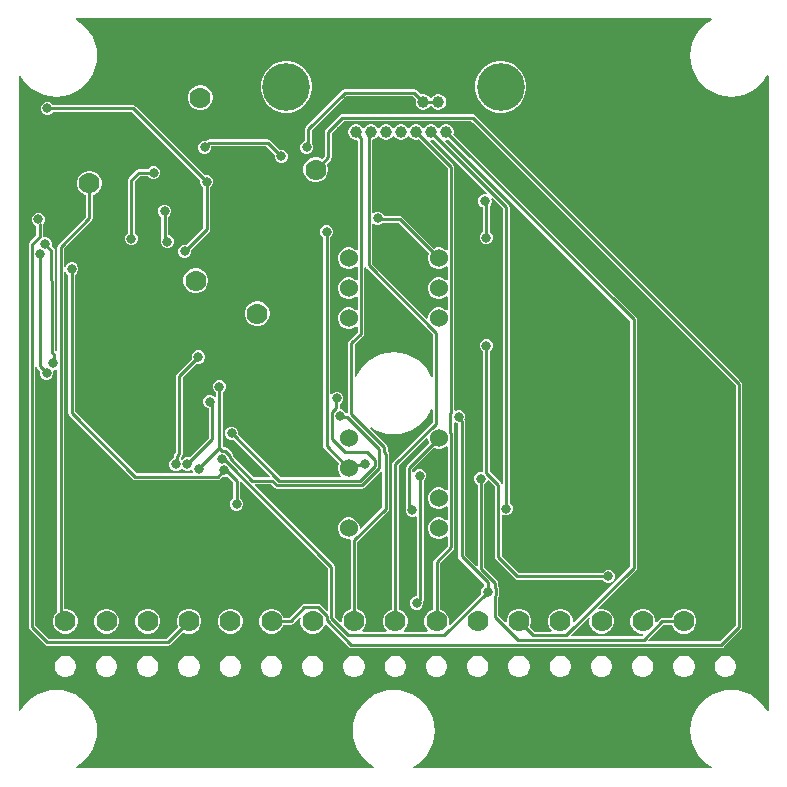
<source format=gbl>
G04*
G04 #@! TF.GenerationSoftware,Altium Limited,Altium Designer,24.2.2 (26)*
G04*
G04 Layer_Physical_Order=2*
G04 Layer_Color=16711680*
%FSLAX44Y44*%
%MOMM*%
G71*
G04*
G04 #@! TF.SameCoordinates,32683A2E-CEC5-46B4-BDA2-C12D6267EED3*
G04*
G04*
G04 #@! TF.FilePolarity,Positive*
G04*
G01*
G75*
%ADD13C,0.2540*%
%ADD42C,1.0000*%
%ADD43C,4.0350*%
%ADD44C,1.7780*%
%ADD45C,1.5240*%
%ADD46C,0.8128*%
G36*
X269376Y316230D02*
X265383Y313783D01*
X261248Y310252D01*
X257717Y306117D01*
X254876Y301481D01*
X252795Y296458D01*
X251526Y291171D01*
X251099Y285750D01*
X251526Y280329D01*
X252795Y275042D01*
X254876Y270019D01*
X257717Y265383D01*
X261248Y261248D01*
X265383Y257717D01*
X270019Y254876D01*
X275042Y252795D01*
X280329Y251526D01*
X285750Y251099D01*
X291171Y251526D01*
X296458Y252795D01*
X301481Y254876D01*
X306117Y257717D01*
X310252Y261248D01*
X313783Y265383D01*
X316230Y269376D01*
X317500Y269018D01*
Y-269018D01*
X316230Y-269376D01*
X313783Y-265383D01*
X310252Y-261248D01*
X306117Y-257717D01*
X301481Y-254876D01*
X296458Y-252795D01*
X291171Y-251526D01*
X285750Y-251099D01*
X280329Y-251526D01*
X275042Y-252795D01*
X270019Y-254876D01*
X265383Y-257717D01*
X261248Y-261248D01*
X257717Y-265383D01*
X254876Y-270019D01*
X252795Y-275042D01*
X251526Y-280329D01*
X251099Y-285750D01*
X251526Y-291171D01*
X252795Y-296458D01*
X254876Y-301481D01*
X257717Y-306117D01*
X261248Y-310252D01*
X265383Y-313783D01*
X269376Y-316230D01*
X269018Y-317500D01*
X16732D01*
X16374Y-316230D01*
X20367Y-313783D01*
X24502Y-310252D01*
X28033Y-306117D01*
X30874Y-301481D01*
X32955Y-296458D01*
X34224Y-291171D01*
X34651Y-285750D01*
X34224Y-280329D01*
X32955Y-275042D01*
X30874Y-270019D01*
X28033Y-265383D01*
X24502Y-261248D01*
X20367Y-257717D01*
X15731Y-254876D01*
X10708Y-252795D01*
X5421Y-251526D01*
X0Y-251099D01*
X-5421Y-251526D01*
X-10708Y-252795D01*
X-15731Y-254876D01*
X-20367Y-257717D01*
X-24502Y-261248D01*
X-28033Y-265383D01*
X-30874Y-270019D01*
X-32955Y-275042D01*
X-34224Y-280329D01*
X-34651Y-285750D01*
X-34224Y-291171D01*
X-32955Y-296458D01*
X-30874Y-301481D01*
X-28033Y-306117D01*
X-24502Y-310252D01*
X-20367Y-313783D01*
X-16374Y-316230D01*
X-16732Y-317500D01*
X-269018D01*
X-269376Y-316230D01*
X-265383Y-313783D01*
X-261248Y-310252D01*
X-257717Y-306117D01*
X-254876Y-301481D01*
X-252795Y-296458D01*
X-251526Y-291171D01*
X-251099Y-285750D01*
X-251526Y-280329D01*
X-252795Y-275042D01*
X-254876Y-270019D01*
X-257717Y-265383D01*
X-261248Y-261248D01*
X-265383Y-257717D01*
X-270019Y-254876D01*
X-275042Y-252795D01*
X-280329Y-251526D01*
X-285750Y-251099D01*
X-291171Y-251526D01*
X-296458Y-252795D01*
X-301481Y-254876D01*
X-306117Y-257717D01*
X-310252Y-261248D01*
X-313783Y-265383D01*
X-316230Y-269376D01*
X-317500Y-269018D01*
Y269018D01*
X-316230Y269376D01*
X-313783Y265383D01*
X-310252Y261248D01*
X-306117Y257717D01*
X-301481Y254876D01*
X-296458Y252795D01*
X-291171Y251526D01*
X-285750Y251099D01*
X-280329Y251526D01*
X-275042Y252795D01*
X-270019Y254876D01*
X-265383Y257717D01*
X-261248Y261248D01*
X-257717Y265383D01*
X-254876Y270019D01*
X-252795Y275042D01*
X-251526Y280329D01*
X-251099Y285750D01*
X-251526Y291171D01*
X-252795Y296458D01*
X-254876Y301481D01*
X-257717Y306117D01*
X-261248Y310252D01*
X-265383Y313783D01*
X-269376Y316230D01*
X-269018Y317500D01*
X269018D01*
X269376Y316230D01*
D02*
G37*
%LPC*%
G36*
X17352Y257277D02*
X17352Y257277D01*
X-41582D01*
X-42673Y257060D01*
X-43597Y256442D01*
X-43597Y256442D01*
X-74404Y225635D01*
X-75022Y224711D01*
X-75239Y223620D01*
X-75239Y223620D01*
Y213675D01*
X-76825Y213017D01*
X-78397Y211445D01*
X-79248Y209391D01*
Y207169D01*
X-78397Y205115D01*
X-76825Y203543D01*
X-74771Y202692D01*
X-72548D01*
X-70495Y203543D01*
X-68923Y205115D01*
X-68072Y207169D01*
Y209391D01*
X-68923Y211445D01*
X-69541Y212064D01*
Y222440D01*
X-40402Y251579D01*
X16172D01*
X18968Y248783D01*
X18622Y247493D01*
Y245775D01*
X19067Y244116D01*
X19926Y242628D01*
X21140Y241413D01*
X22628Y240555D01*
X24287Y240110D01*
X26005D01*
X27664Y240555D01*
X29152Y241413D01*
X30366Y242628D01*
X30822Y243418D01*
X32170D01*
X32626Y242628D01*
X33840Y241413D01*
X35328Y240555D01*
X36987Y240110D01*
X38705D01*
X40364Y240555D01*
X41852Y241413D01*
X43067Y242628D01*
X43925Y244116D01*
X44370Y245775D01*
Y247493D01*
X43925Y249152D01*
X43067Y250640D01*
X41852Y251854D01*
X40364Y252713D01*
X38705Y253158D01*
X36987D01*
X35328Y252713D01*
X33840Y251854D01*
X32626Y250640D01*
X32170Y249850D01*
X30822D01*
X30366Y250640D01*
X29152Y251854D01*
X27664Y252713D01*
X26005Y253158D01*
X24287D01*
X22997Y252812D01*
X19366Y256442D01*
X18442Y257060D01*
X17352Y257277D01*
D02*
G37*
G36*
X-162459Y260604D02*
X-165201D01*
X-167850Y259894D01*
X-170224Y258523D01*
X-172163Y256584D01*
X-173534Y254210D01*
X-174244Y251561D01*
Y248819D01*
X-173534Y246170D01*
X-172163Y243796D01*
X-170224Y241857D01*
X-167850Y240486D01*
X-165201Y239776D01*
X-162459D01*
X-159810Y240486D01*
X-157436Y241857D01*
X-155497Y243796D01*
X-154126Y246170D01*
X-153416Y248819D01*
Y251561D01*
X-154126Y254210D01*
X-155497Y256584D01*
X-157436Y258523D01*
X-159810Y259894D01*
X-162459Y260604D01*
D02*
G37*
G36*
X92683Y281033D02*
X88409D01*
X84217Y280199D01*
X80268Y278563D01*
X76714Y276189D01*
X73691Y273166D01*
X71317Y269612D01*
X69681Y265663D01*
X68847Y261471D01*
Y257197D01*
X69681Y253005D01*
X71317Y249056D01*
X73691Y245502D01*
X76714Y242479D01*
X80268Y240105D01*
X84217Y238469D01*
X88409Y237635D01*
X92683D01*
X96875Y238469D01*
X100824Y240105D01*
X104378Y242479D01*
X107401Y245502D01*
X109775Y249056D01*
X111411Y253005D01*
X112245Y257197D01*
Y261471D01*
X111411Y265663D01*
X109775Y269612D01*
X107401Y273166D01*
X104378Y276189D01*
X100824Y278563D01*
X96875Y280199D01*
X92683Y281033D01*
D02*
G37*
G36*
X-88917D02*
X-93191D01*
X-97383Y280199D01*
X-101332Y278563D01*
X-104886Y276189D01*
X-107909Y273166D01*
X-110283Y269612D01*
X-111919Y265663D01*
X-112753Y261471D01*
Y257197D01*
X-111919Y253005D01*
X-110283Y249056D01*
X-107909Y245502D01*
X-104886Y242479D01*
X-101332Y240105D01*
X-97383Y238469D01*
X-93191Y237635D01*
X-88917D01*
X-84725Y238469D01*
X-80776Y240105D01*
X-77222Y242479D01*
X-74199Y245502D01*
X-71825Y249056D01*
X-70189Y253005D01*
X-69355Y257197D01*
Y261471D01*
X-70189Y265663D01*
X-71825Y269612D01*
X-74199Y273166D01*
X-77222Y276189D01*
X-80776Y278563D01*
X-84725Y280199D01*
X-88917Y281033D01*
D02*
G37*
G36*
X66802Y236275D02*
X66802Y236275D01*
X-43534D01*
X-43534Y236275D01*
X-44625Y236058D01*
X-45549Y235440D01*
X-57543Y223447D01*
X-58160Y222522D01*
X-58377Y221432D01*
X-58377Y221432D01*
Y200922D01*
X-60971Y198328D01*
X-62020Y198934D01*
X-64669Y199644D01*
X-67411D01*
X-70060Y198934D01*
X-72434Y197563D01*
X-74373Y195624D01*
X-75744Y193250D01*
X-76454Y190601D01*
Y187859D01*
X-75744Y185210D01*
X-74373Y182836D01*
X-72434Y180897D01*
X-70060Y179526D01*
X-67411Y178816D01*
X-64669D01*
X-62020Y179526D01*
X-59646Y180897D01*
X-57707Y182836D01*
X-56336Y185210D01*
X-55626Y187859D01*
Y190601D01*
X-56336Y193250D01*
X-56942Y194300D01*
X-53514Y197727D01*
X-53514Y197728D01*
X-52896Y198652D01*
X-52679Y199742D01*
X-52679Y199742D01*
Y220252D01*
X-42354Y230577D01*
X65622D01*
X289505Y6694D01*
Y-196700D01*
X276201Y-210003D01*
X216068D01*
X215582Y-208830D01*
X228523Y-195889D01*
X235727D01*
X236040Y-197060D01*
X237411Y-199434D01*
X239350Y-201373D01*
X241725Y-202744D01*
X244374Y-203454D01*
X247116D01*
X249764Y-202744D01*
X252139Y-201373D01*
X254078Y-199434D01*
X255449Y-197060D01*
X256159Y-194411D01*
Y-191669D01*
X255449Y-189020D01*
X254078Y-186646D01*
X252139Y-184707D01*
X249764Y-183336D01*
X247116Y-182626D01*
X244374D01*
X241725Y-183336D01*
X239350Y-184707D01*
X237411Y-186646D01*
X236040Y-189020D01*
X235727Y-190191D01*
X227343D01*
X226253Y-190408D01*
X225329Y-191026D01*
X225329Y-191026D01*
X222504Y-193851D01*
X221234Y-193325D01*
Y-191669D01*
X220524Y-189020D01*
X219153Y-186646D01*
X217214Y-184707D01*
X214839Y-183336D01*
X212191Y-182626D01*
X209449D01*
X206800Y-183336D01*
X204425Y-184707D01*
X202486Y-186646D01*
X201115Y-189020D01*
X200406Y-191669D01*
Y-194411D01*
X201115Y-197060D01*
X202486Y-199434D01*
X204425Y-201373D01*
X206800Y-202744D01*
X209449Y-203454D01*
X211105D01*
X211631Y-204724D01*
X210415Y-205939D01*
X150282D01*
X149796Y-204766D01*
X164632Y-189930D01*
X165770Y-190588D01*
X165481Y-191669D01*
Y-194411D01*
X166190Y-197060D01*
X167561Y-199434D01*
X169500Y-201373D01*
X171875Y-202744D01*
X174524Y-203454D01*
X177266D01*
X179914Y-202744D01*
X182289Y-201373D01*
X184228Y-199434D01*
X185599Y-197060D01*
X186309Y-194411D01*
Y-191669D01*
X185599Y-189020D01*
X184228Y-186646D01*
X182289Y-184707D01*
X179914Y-183336D01*
X177266Y-182626D01*
X174524D01*
X173442Y-182916D01*
X172785Y-181777D01*
X204996Y-149566D01*
X204996Y-149566D01*
X205614Y-148641D01*
X205831Y-147551D01*
Y62448D01*
X205614Y63538D01*
X204996Y64462D01*
X204996Y64462D01*
X50374Y219085D01*
X50720Y220375D01*
Y222093D01*
X50275Y223752D01*
X49416Y225240D01*
X48202Y226455D01*
X46714Y227313D01*
X45055Y227758D01*
X43337D01*
X41678Y227313D01*
X40190Y226455D01*
X38976Y225240D01*
X38579Y224553D01*
X37113D01*
X36716Y225240D01*
X35502Y226455D01*
X34014Y227313D01*
X32355Y227758D01*
X30637D01*
X28978Y227313D01*
X27490Y226455D01*
X26275Y225240D01*
X25879Y224553D01*
X24413D01*
X24016Y225240D01*
X22802Y226455D01*
X21314Y227313D01*
X19655Y227758D01*
X17937D01*
X16278Y227313D01*
X14790Y226455D01*
X13576Y225240D01*
X13179Y224553D01*
X11713D01*
X11316Y225240D01*
X10102Y226455D01*
X8614Y227313D01*
X6955Y227758D01*
X5237D01*
X3578Y227313D01*
X2090Y226455D01*
X875Y225240D01*
X479Y224553D01*
X-987D01*
X-1383Y225240D01*
X-2598Y226455D01*
X-4086Y227313D01*
X-5745Y227758D01*
X-7463D01*
X-9122Y227313D01*
X-10610Y226455D01*
X-11825Y225240D01*
X-12221Y224553D01*
X-13687D01*
X-14083Y225240D01*
X-15298Y226455D01*
X-16786Y227313D01*
X-18445Y227758D01*
X-20163D01*
X-21822Y227313D01*
X-23310Y226455D01*
X-24525Y225240D01*
X-24921Y224553D01*
X-26387D01*
X-26783Y225240D01*
X-27998Y226455D01*
X-29486Y227313D01*
X-31145Y227758D01*
X-32863D01*
X-34522Y227313D01*
X-36010Y226455D01*
X-37225Y225240D01*
X-38083Y223752D01*
X-38528Y222093D01*
Y220375D01*
X-38083Y218716D01*
X-37225Y217228D01*
X-36010Y216014D01*
X-34522Y215155D01*
X-32863Y214710D01*
X-31145D01*
X-30535Y213559D01*
Y121462D01*
X-31805Y120936D01*
X-32485Y121617D01*
X-34571Y122821D01*
X-36896Y123444D01*
X-39304D01*
X-41630Y122821D01*
X-43714Y121617D01*
X-45417Y119915D01*
X-46621Y117830D01*
X-47244Y115504D01*
Y113096D01*
X-46621Y110771D01*
X-45417Y108686D01*
X-43714Y106983D01*
X-41630Y105779D01*
X-39304Y105156D01*
X-36896D01*
X-34571Y105779D01*
X-32485Y106983D01*
X-31805Y107664D01*
X-30535Y107138D01*
Y96062D01*
X-31805Y95536D01*
X-32485Y96217D01*
X-34571Y97421D01*
X-36896Y98044D01*
X-39304D01*
X-41630Y97421D01*
X-43714Y96217D01*
X-45417Y94515D01*
X-46621Y92430D01*
X-47244Y90104D01*
Y87696D01*
X-46621Y85371D01*
X-45417Y83286D01*
X-43714Y81583D01*
X-41630Y80379D01*
X-39304Y79756D01*
X-36896D01*
X-34571Y80379D01*
X-32485Y81583D01*
X-31805Y82264D01*
X-30535Y81738D01*
Y70662D01*
X-31805Y70136D01*
X-32485Y70817D01*
X-34571Y72021D01*
X-36896Y72644D01*
X-39304D01*
X-41630Y72021D01*
X-43714Y70817D01*
X-45417Y69114D01*
X-46621Y67030D01*
X-47244Y64704D01*
Y62296D01*
X-46621Y59970D01*
X-45417Y57885D01*
X-43714Y56183D01*
X-41630Y54979D01*
X-39304Y54356D01*
X-36896D01*
X-34571Y54979D01*
X-32485Y56183D01*
X-31805Y56864D01*
X-30535Y56338D01*
Y51722D01*
X-37084Y45172D01*
X-37085Y45172D01*
X-37828Y44428D01*
X-37828Y44428D01*
X-38446Y43504D01*
X-38663Y42414D01*
X-38663Y42413D01*
X-38663Y12700D01*
Y-16101D01*
X-39773Y-17042D01*
X-40554Y-16919D01*
X-40983Y-15885D01*
X-42555Y-14313D01*
X-44608Y-13462D01*
X-44735D01*
X-45793Y-12273D01*
X-45793Y-12273D01*
Y-9466D01*
X-44997Y-9137D01*
X-43425Y-7565D01*
X-42575Y-5511D01*
Y-3288D01*
X-43425Y-1234D01*
X-44997Y338D01*
X-47051Y1189D01*
X-49274D01*
X-51328Y338D01*
X-52777Y-1111D01*
X-53351Y-1033D01*
X-54047Y-722D01*
Y131784D01*
X-53731Y131915D01*
X-52159Y133487D01*
X-51308Y135541D01*
Y137764D01*
X-52159Y139817D01*
X-53731Y141389D01*
X-55785Y142240D01*
X-58007D01*
X-60061Y141389D01*
X-61633Y139817D01*
X-62484Y137764D01*
Y135541D01*
X-61633Y133487D01*
X-60061Y131915D01*
X-59745Y131784D01*
Y-44704D01*
X-59745Y-44704D01*
X-59528Y-45794D01*
X-58910Y-46718D01*
X-46269Y-59360D01*
X-46621Y-59970D01*
X-47244Y-62296D01*
Y-64704D01*
X-46621Y-67030D01*
X-45417Y-69114D01*
X-44736Y-69795D01*
X-45262Y-71065D01*
X-95848D01*
X-131703Y-35210D01*
X-131572Y-34894D01*
Y-32671D01*
X-132423Y-30617D01*
X-133995Y-29045D01*
X-136048Y-28194D01*
X-138272D01*
X-140325Y-29045D01*
X-141897Y-30617D01*
X-142748Y-32671D01*
Y-34894D01*
X-141897Y-36947D01*
X-140325Y-38519D01*
X-138272Y-39370D01*
X-136048D01*
X-135732Y-39239D01*
X-105079Y-69892D01*
X-105565Y-71065D01*
X-118708D01*
X-135835Y-53938D01*
Y-52785D01*
X-136052Y-51695D01*
X-136670Y-50771D01*
X-136670Y-50771D01*
X-140687Y-46754D01*
X-141611Y-46136D01*
X-142701Y-45919D01*
X-142702Y-45919D01*
X-143854D01*
X-144725Y-45048D01*
Y720D01*
X-144409Y851D01*
X-142837Y2423D01*
X-141986Y4476D01*
Y6700D01*
X-142837Y8753D01*
X-144409Y10325D01*
X-146462Y11176D01*
X-148686D01*
X-150739Y10325D01*
X-152311Y8753D01*
X-153162Y6700D01*
Y4476D01*
X-152311Y2423D01*
X-150739Y851D01*
X-150423Y720D01*
Y-2947D01*
X-151693Y-3473D01*
X-152791Y-2375D01*
X-154845Y-1524D01*
X-157067D01*
X-159121Y-2375D01*
X-160693Y-3947D01*
X-161544Y-6000D01*
Y-8224D01*
X-160693Y-10277D01*
X-159121Y-11849D01*
X-157067Y-12700D01*
X-156519D01*
Y-37688D01*
X-173244Y-54413D01*
X-173560Y-54282D01*
X-175783D01*
X-177837Y-55132D01*
X-179204Y-56499D01*
X-180396Y-56022D01*
Y-53968D01*
X-179596Y-53167D01*
X-179596Y-53167D01*
X-178978Y-52243D01*
X-178761Y-51153D01*
Y13298D01*
X-166782Y25277D01*
X-166465Y25146D01*
X-164242D01*
X-162189Y25997D01*
X-160617Y27569D01*
X-159766Y29622D01*
Y31846D01*
X-160617Y33899D01*
X-162189Y35471D01*
X-164242Y36322D01*
X-166465D01*
X-168519Y35471D01*
X-170091Y33899D01*
X-170942Y31846D01*
Y29622D01*
X-170811Y29306D01*
X-183624Y16492D01*
X-184242Y15568D01*
X-184459Y14478D01*
X-184459Y14478D01*
Y-49973D01*
X-185259Y-50774D01*
X-185877Y-51698D01*
X-186094Y-52788D01*
X-186094Y-52788D01*
Y-54986D01*
X-187480Y-55560D01*
X-189051Y-57132D01*
X-189902Y-59186D01*
Y-61409D01*
X-189051Y-63462D01*
X-187480Y-65034D01*
X-185426Y-65885D01*
X-183203D01*
X-181149Y-65034D01*
X-179577Y-63462D01*
X-179080Y-63364D01*
X-177837Y-64607D01*
X-175783Y-65458D01*
X-173560D01*
X-171866Y-64756D01*
X-171159Y-64835D01*
X-170422Y-65318D01*
X-169947Y-66463D01*
X-170623Y-67733D01*
X-217544D01*
X-269693Y-15584D01*
Y100288D01*
X-269377Y100419D01*
X-267805Y101991D01*
X-266954Y104045D01*
Y106267D01*
X-267805Y108321D01*
X-269377Y109893D01*
X-271430Y110744D01*
X-273654D01*
X-275707Y109893D01*
X-277279Y108321D01*
X-277821Y107013D01*
X-279091Y107266D01*
Y122662D01*
X-255796Y145958D01*
X-255796Y145958D01*
X-255178Y146882D01*
X-254961Y147972D01*
X-254961Y147972D01*
Y167782D01*
X-253790Y168096D01*
X-251416Y169467D01*
X-249477Y171406D01*
X-248106Y173780D01*
X-247396Y176429D01*
Y179171D01*
X-248106Y181820D01*
X-249477Y184194D01*
X-251416Y186133D01*
X-253790Y187504D01*
X-256439Y188214D01*
X-259181D01*
X-261830Y187504D01*
X-264204Y186133D01*
X-266143Y184194D01*
X-267514Y181820D01*
X-268224Y179171D01*
Y176429D01*
X-267514Y173780D01*
X-266143Y171406D01*
X-264204Y169467D01*
X-261830Y168096D01*
X-260659Y167782D01*
Y149152D01*
X-283954Y125857D01*
X-284572Y124932D01*
X-284789Y123842D01*
X-284789Y123842D01*
Y36122D01*
X-286042Y35558D01*
X-286711Y36078D01*
Y95432D01*
X-286711Y95432D01*
X-286928Y96523D01*
X-286965Y96578D01*
Y120689D01*
X-287182Y121779D01*
X-287800Y122703D01*
X-287800Y122703D01*
X-289829Y124732D01*
X-289562Y125378D01*
Y127600D01*
X-290412Y129654D01*
X-291984Y131226D01*
X-294038Y132077D01*
X-295673D01*
X-296428Y132384D01*
X-296871Y133199D01*
Y143510D01*
X-296876Y143532D01*
X-296253Y144155D01*
X-295402Y146208D01*
Y148432D01*
X-296253Y150485D01*
X-297825Y152057D01*
X-299879Y152908D01*
X-302101D01*
X-304155Y152057D01*
X-305727Y150485D01*
X-306578Y148432D01*
Y146208D01*
X-305727Y144155D01*
X-304155Y142583D01*
X-302569Y141925D01*
Y133745D01*
X-308338Y127975D01*
X-308956Y127051D01*
X-309173Y125961D01*
X-309173Y125961D01*
Y-197866D01*
X-309173Y-197866D01*
X-308956Y-198956D01*
X-308338Y-199880D01*
X-295384Y-212834D01*
X-294460Y-213452D01*
X-293370Y-213669D01*
X-293370Y-213669D01*
X-191135D01*
X-191135Y-213669D01*
X-190045Y-213452D01*
X-189121Y-212834D01*
X-178424Y-202138D01*
X-177375Y-202744D01*
X-174726Y-203454D01*
X-171984D01*
X-169335Y-202744D01*
X-166961Y-201373D01*
X-165022Y-199434D01*
X-163651Y-197060D01*
X-162941Y-194411D01*
Y-191669D01*
X-163651Y-189020D01*
X-165022Y-186646D01*
X-166961Y-184707D01*
X-169335Y-183336D01*
X-171984Y-182626D01*
X-174726D01*
X-177375Y-183336D01*
X-179749Y-184707D01*
X-181688Y-186646D01*
X-183059Y-189020D01*
X-183769Y-191669D01*
Y-194411D01*
X-183059Y-197060D01*
X-182453Y-198109D01*
X-192315Y-207971D01*
X-292190D01*
X-303475Y-196686D01*
Y22123D01*
X-302205Y22248D01*
X-302098Y21708D01*
X-301480Y20784D01*
X-299361Y18665D01*
X-299502Y18327D01*
Y16104D01*
X-298651Y14050D01*
X-297079Y12478D01*
X-295025Y11627D01*
X-292802D01*
X-290748Y12478D01*
X-289176Y14050D01*
X-288326Y16104D01*
Y18327D01*
X-288503Y18756D01*
X-287926Y19620D01*
X-287584Y19855D01*
X-286059Y20486D01*
X-284789Y19847D01*
Y-184971D01*
X-286463Y-186646D01*
X-287834Y-189020D01*
X-288544Y-191669D01*
Y-194411D01*
X-287834Y-197060D01*
X-286463Y-199434D01*
X-284524Y-201373D01*
X-282150Y-202744D01*
X-279501Y-203454D01*
X-276759D01*
X-274110Y-202744D01*
X-271736Y-201373D01*
X-269797Y-199434D01*
X-268426Y-197060D01*
X-267716Y-194411D01*
Y-191669D01*
X-268426Y-189020D01*
X-269797Y-186646D01*
X-271736Y-184707D01*
X-274110Y-183336D01*
X-276759Y-182626D01*
X-279091D01*
Y103047D01*
X-277821Y103299D01*
X-277279Y101991D01*
X-275707Y100419D01*
X-275391Y100288D01*
Y-16764D01*
X-275391Y-16764D01*
X-275174Y-17854D01*
X-274556Y-18778D01*
X-220738Y-72596D01*
X-220738Y-72596D01*
X-219814Y-73214D01*
X-218724Y-73431D01*
X-218724Y-73431D01*
X-168161D01*
X-167848Y-73493D01*
X-167848Y-73493D01*
X-162167D01*
X-162167Y-73493D01*
X-161854Y-73431D01*
X-149088D01*
X-149087Y-73431D01*
X-147997Y-73214D01*
X-147073Y-72596D01*
X-145305Y-70828D01*
X-144988Y-70959D01*
X-142765D01*
X-141046Y-70247D01*
X-135945Y-75348D01*
Y-88858D01*
X-136261Y-88989D01*
X-137833Y-90561D01*
X-138684Y-92614D01*
Y-94838D01*
X-137833Y-96891D01*
X-136261Y-98463D01*
X-134207Y-99314D01*
X-131985D01*
X-129931Y-98463D01*
X-128359Y-96891D01*
X-127508Y-94838D01*
Y-92614D01*
X-128359Y-90561D01*
X-129931Y-88989D01*
X-130247Y-88858D01*
Y-75127D01*
X-128977Y-74601D01*
X-55681Y-147897D01*
Y-183727D01*
X-56854Y-184214D01*
X-61726Y-179342D01*
X-62650Y-178724D01*
X-63741Y-178507D01*
X-63741Y-178507D01*
X-75719D01*
X-76809Y-178724D01*
X-77733Y-179342D01*
X-77733Y-179342D01*
X-88583Y-190191D01*
X-93487D01*
X-93801Y-189020D01*
X-95172Y-186646D01*
X-97111Y-184707D01*
X-99486Y-183336D01*
X-102134Y-182626D01*
X-104876D01*
X-107525Y-183336D01*
X-109900Y-184707D01*
X-111838Y-186646D01*
X-113209Y-189020D01*
X-113919Y-191669D01*
Y-194411D01*
X-113209Y-197060D01*
X-111838Y-199434D01*
X-109900Y-201373D01*
X-107525Y-202744D01*
X-104876Y-203454D01*
X-102134D01*
X-99486Y-202744D01*
X-97111Y-201373D01*
X-95172Y-199434D01*
X-93801Y-197060D01*
X-93487Y-195889D01*
X-87403D01*
X-87403Y-195889D01*
X-86313Y-195672D01*
X-85388Y-195054D01*
X-79689Y-189355D01*
X-78550Y-190012D01*
X-78994Y-191669D01*
Y-194411D01*
X-78285Y-197060D01*
X-76913Y-199434D01*
X-74974Y-201373D01*
X-72600Y-202744D01*
X-69951Y-203454D01*
X-67209D01*
X-64560Y-202744D01*
X-62186Y-201373D01*
X-60247Y-199434D01*
X-58876Y-197060D01*
X-58583Y-195967D01*
X-57356Y-195639D01*
X-38129Y-214866D01*
X-38129Y-214866D01*
X-37204Y-215484D01*
X-36114Y-215701D01*
X-36114Y-215701D01*
X277381D01*
X277381Y-215701D01*
X278471Y-215484D01*
X279396Y-214866D01*
X294368Y-199894D01*
X294368Y-199894D01*
X294986Y-198970D01*
X295202Y-197880D01*
X295202Y-197880D01*
Y7874D01*
X295202Y7874D01*
X294986Y8965D01*
X294368Y9889D01*
X294368Y9889D01*
X68816Y235440D01*
X67892Y236058D01*
X66802Y236275D01*
D02*
G37*
G36*
X-106680Y214939D02*
X-106680Y214939D01*
X-156210D01*
X-156210Y214939D01*
X-157300Y214722D01*
X-158224Y214104D01*
X-158592Y213737D01*
X-158909Y213868D01*
X-161131D01*
X-163185Y213017D01*
X-164757Y211445D01*
X-165608Y209391D01*
Y207169D01*
X-164757Y205115D01*
X-163185Y203543D01*
X-161131Y202692D01*
X-158909D01*
X-156855Y203543D01*
X-155283Y205115D01*
X-154432Y207169D01*
Y209241D01*
X-107860D01*
X-100707Y202088D01*
X-100838Y201772D01*
Y199548D01*
X-99987Y197495D01*
X-98415Y195923D01*
X-96362Y195072D01*
X-94138D01*
X-92085Y195923D01*
X-90513Y197495D01*
X-89662Y199548D01*
Y201772D01*
X-90513Y203825D01*
X-92085Y205397D01*
X-94138Y206248D01*
X-96362D01*
X-96678Y206117D01*
X-104666Y214104D01*
X-105590Y214722D01*
X-106680Y214939D01*
D02*
G37*
G36*
X-202089Y192278D02*
X-204312D01*
X-206365Y191427D01*
X-207937Y189855D01*
X-208068Y189539D01*
X-215900D01*
X-216990Y189322D01*
X-217914Y188704D01*
X-217914Y188704D01*
X-224264Y182354D01*
X-224882Y181430D01*
X-225099Y180340D01*
X-225099Y180340D01*
Y135678D01*
X-225415Y135547D01*
X-226987Y133975D01*
X-227838Y131922D01*
Y129698D01*
X-226987Y127645D01*
X-225415Y126073D01*
X-223361Y125222D01*
X-221138D01*
X-219085Y126073D01*
X-217513Y127645D01*
X-216662Y129698D01*
Y131922D01*
X-217513Y133975D01*
X-219085Y135547D01*
X-219401Y135678D01*
Y179160D01*
X-214720Y183841D01*
X-208068D01*
X-207937Y183525D01*
X-206365Y181953D01*
X-204312Y181102D01*
X-202089D01*
X-200035Y181953D01*
X-198463Y183525D01*
X-197612Y185578D01*
Y187801D01*
X-198463Y189855D01*
X-200035Y191427D01*
X-202089Y192278D01*
D02*
G37*
G36*
X-292258Y246888D02*
X-294482D01*
X-296535Y246037D01*
X-298107Y244465D01*
X-298958Y242411D01*
Y240189D01*
X-298107Y238135D01*
X-296535Y236563D01*
X-294482Y235712D01*
X-292258D01*
X-290205Y236563D01*
X-288633Y238135D01*
X-288502Y238451D01*
X-221906D01*
X-163953Y180498D01*
X-164084Y180182D01*
Y177959D01*
X-163233Y175905D01*
X-161661Y174333D01*
X-161345Y174202D01*
Y139864D01*
X-175610Y125599D01*
X-175926Y125730D01*
X-178150D01*
X-180203Y124879D01*
X-181775Y123307D01*
X-182626Y121253D01*
Y119031D01*
X-181775Y116977D01*
X-180203Y115405D01*
X-178150Y114554D01*
X-175926D01*
X-173873Y115405D01*
X-172301Y116977D01*
X-171450Y119031D01*
Y121253D01*
X-171581Y121570D01*
X-156482Y136670D01*
X-156482Y136670D01*
X-155864Y137594D01*
X-155647Y138684D01*
X-155647Y138684D01*
Y174202D01*
X-155331Y174333D01*
X-153759Y175905D01*
X-152908Y177959D01*
Y180182D01*
X-153759Y182235D01*
X-155331Y183807D01*
X-157385Y184658D01*
X-159607D01*
X-159924Y184527D01*
X-218712Y243314D01*
X-219636Y243932D01*
X-220726Y244149D01*
X-220726Y244149D01*
X-288502D01*
X-288633Y244465D01*
X-290205Y246037D01*
X-292258Y246888D01*
D02*
G37*
G36*
X-192945Y159766D02*
X-195168D01*
X-197221Y158915D01*
X-198793Y157343D01*
X-199644Y155289D01*
Y153067D01*
X-198793Y151013D01*
X-197221Y149441D01*
X-196905Y149310D01*
Y130556D01*
X-196905Y130556D01*
X-196894Y130502D01*
X-197358Y129382D01*
Y127158D01*
X-196507Y125105D01*
X-194935Y123533D01*
X-192882Y122682D01*
X-190658D01*
X-188605Y123533D01*
X-187033Y125105D01*
X-186182Y127158D01*
Y129382D01*
X-187033Y131435D01*
X-188605Y133007D01*
X-190658Y133858D01*
X-191207D01*
Y149310D01*
X-190891Y149441D01*
X-189319Y151013D01*
X-188468Y153067D01*
Y155289D01*
X-189319Y157343D01*
X-190891Y158915D01*
X-192945Y159766D01*
D02*
G37*
G36*
X-166269Y105664D02*
X-169011D01*
X-171660Y104954D01*
X-174034Y103583D01*
X-175973Y101644D01*
X-177344Y99270D01*
X-178054Y96621D01*
Y93879D01*
X-177344Y91230D01*
X-175973Y88856D01*
X-174034Y86917D01*
X-171660Y85546D01*
X-169011Y84836D01*
X-166269D01*
X-163620Y85546D01*
X-161246Y86917D01*
X-159307Y88856D01*
X-157936Y91230D01*
X-157226Y93879D01*
Y96621D01*
X-157936Y99270D01*
X-159307Y101644D01*
X-161246Y103583D01*
X-163620Y104954D01*
X-166269Y105664D01*
D02*
G37*
G36*
X-114199Y77724D02*
X-116941D01*
X-119590Y77014D01*
X-121964Y75643D01*
X-123903Y73704D01*
X-125274Y71330D01*
X-125984Y68681D01*
Y65939D01*
X-125274Y63290D01*
X-123903Y60916D01*
X-121964Y58977D01*
X-119590Y57606D01*
X-116941Y56896D01*
X-114199D01*
X-111550Y57606D01*
X-109176Y58977D01*
X-107237Y60916D01*
X-105866Y63290D01*
X-105156Y65939D01*
Y68681D01*
X-105866Y71330D01*
X-107237Y73704D01*
X-109176Y75643D01*
X-111550Y77014D01*
X-114199Y77724D01*
D02*
G37*
G36*
X-137059Y-182626D02*
X-139801D01*
X-142450Y-183336D01*
X-144824Y-184707D01*
X-146763Y-186646D01*
X-148134Y-189020D01*
X-148844Y-191669D01*
Y-194411D01*
X-148134Y-197060D01*
X-146763Y-199434D01*
X-144824Y-201373D01*
X-142450Y-202744D01*
X-139801Y-203454D01*
X-137059D01*
X-134410Y-202744D01*
X-132036Y-201373D01*
X-130097Y-199434D01*
X-128726Y-197060D01*
X-128016Y-194411D01*
Y-191669D01*
X-128726Y-189020D01*
X-130097Y-186646D01*
X-132036Y-184707D01*
X-134410Y-183336D01*
X-137059Y-182626D01*
D02*
G37*
G36*
X-206909D02*
X-209651D01*
X-212300Y-183336D01*
X-214674Y-184707D01*
X-216613Y-186646D01*
X-217984Y-189020D01*
X-218694Y-191669D01*
Y-194411D01*
X-217984Y-197060D01*
X-216613Y-199434D01*
X-214674Y-201373D01*
X-212300Y-202744D01*
X-209651Y-203454D01*
X-206909D01*
X-204260Y-202744D01*
X-201886Y-201373D01*
X-199947Y-199434D01*
X-198576Y-197060D01*
X-197866Y-194411D01*
Y-191669D01*
X-198576Y-189020D01*
X-199947Y-186646D01*
X-201886Y-184707D01*
X-204260Y-183336D01*
X-206909Y-182626D01*
D02*
G37*
G36*
X-241834D02*
X-244576D01*
X-247225Y-183336D01*
X-249599Y-184707D01*
X-251538Y-186646D01*
X-252909Y-189020D01*
X-253619Y-191669D01*
Y-194411D01*
X-252909Y-197060D01*
X-251538Y-199434D01*
X-249599Y-201373D01*
X-247225Y-202744D01*
X-244576Y-203454D01*
X-241834D01*
X-239185Y-202744D01*
X-236811Y-201373D01*
X-234872Y-199434D01*
X-233501Y-197060D01*
X-232791Y-194411D01*
Y-191669D01*
X-233501Y-189020D01*
X-234872Y-186646D01*
X-236811Y-184707D01*
X-239185Y-183336D01*
X-241834Y-182626D01*
D02*
G37*
G36*
X281857Y-222123D02*
X279482D01*
X277189Y-222738D01*
X275133Y-223925D01*
X273454Y-225603D01*
X272267Y-227660D01*
X271653Y-229953D01*
Y-232327D01*
X272267Y-234620D01*
X273454Y-236677D01*
X275133Y-238355D01*
X277189Y-239543D01*
X279482Y-240157D01*
X281857D01*
X284150Y-239543D01*
X286206Y-238355D01*
X287885Y-236677D01*
X289072Y-234620D01*
X289687Y-232327D01*
Y-229953D01*
X289072Y-227660D01*
X287885Y-225603D01*
X286206Y-223925D01*
X284150Y-222738D01*
X281857Y-222123D01*
D02*
G37*
G36*
X246932D02*
X244557D01*
X242264Y-222738D01*
X240208Y-223925D01*
X238529Y-225603D01*
X237342Y-227660D01*
X236728Y-229953D01*
Y-232327D01*
X237342Y-234620D01*
X238529Y-236677D01*
X240208Y-238355D01*
X242264Y-239543D01*
X244557Y-240157D01*
X246932D01*
X249225Y-239543D01*
X251281Y-238355D01*
X252960Y-236677D01*
X254147Y-234620D01*
X254762Y-232327D01*
Y-229953D01*
X254147Y-227660D01*
X252960Y-225603D01*
X251281Y-223925D01*
X249225Y-222738D01*
X246932Y-222123D01*
D02*
G37*
G36*
X212007D02*
X209632D01*
X207339Y-222738D01*
X205283Y-223925D01*
X203604Y-225603D01*
X202417Y-227660D01*
X201803Y-229953D01*
Y-232327D01*
X202417Y-234620D01*
X203604Y-236677D01*
X205283Y-238355D01*
X207339Y-239543D01*
X209632Y-240157D01*
X212007D01*
X214300Y-239543D01*
X216356Y-238355D01*
X218035Y-236677D01*
X219222Y-234620D01*
X219837Y-232327D01*
Y-229953D01*
X219222Y-227660D01*
X218035Y-225603D01*
X216356Y-223925D01*
X214300Y-222738D01*
X212007Y-222123D01*
D02*
G37*
G36*
X177082D02*
X174708D01*
X172414Y-222738D01*
X170358Y-223925D01*
X168679Y-225603D01*
X167492Y-227660D01*
X166878Y-229953D01*
Y-232327D01*
X167492Y-234620D01*
X168679Y-236677D01*
X170358Y-238355D01*
X172414Y-239543D01*
X174708Y-240157D01*
X177082D01*
X179375Y-239543D01*
X181431Y-238355D01*
X183110Y-236677D01*
X184297Y-234620D01*
X184912Y-232327D01*
Y-229953D01*
X184297Y-227660D01*
X183110Y-225603D01*
X181431Y-223925D01*
X179375Y-222738D01*
X177082Y-222123D01*
D02*
G37*
G36*
X142157D02*
X139783D01*
X137489Y-222738D01*
X135433Y-223925D01*
X133754Y-225603D01*
X132567Y-227660D01*
X131953Y-229953D01*
Y-232327D01*
X132567Y-234620D01*
X133754Y-236677D01*
X135433Y-238355D01*
X137489Y-239543D01*
X139783Y-240157D01*
X142157D01*
X144450Y-239543D01*
X146506Y-238355D01*
X148185Y-236677D01*
X149372Y-234620D01*
X149987Y-232327D01*
Y-229953D01*
X149372Y-227660D01*
X148185Y-225603D01*
X146506Y-223925D01*
X144450Y-222738D01*
X142157Y-222123D01*
D02*
G37*
G36*
X107232D02*
X104858D01*
X102564Y-222738D01*
X100508Y-223925D01*
X98829Y-225603D01*
X97642Y-227660D01*
X97028Y-229953D01*
Y-232327D01*
X97642Y-234620D01*
X98829Y-236677D01*
X100508Y-238355D01*
X102564Y-239543D01*
X104858Y-240157D01*
X107232D01*
X109525Y-239543D01*
X111581Y-238355D01*
X113260Y-236677D01*
X114447Y-234620D01*
X115062Y-232327D01*
Y-229953D01*
X114447Y-227660D01*
X113260Y-225603D01*
X111581Y-223925D01*
X109525Y-222738D01*
X107232Y-222123D01*
D02*
G37*
G36*
X72307D02*
X69933D01*
X67639Y-222738D01*
X65583Y-223925D01*
X63904Y-225603D01*
X62717Y-227660D01*
X62103Y-229953D01*
Y-232327D01*
X62717Y-234620D01*
X63904Y-236677D01*
X65583Y-238355D01*
X67639Y-239543D01*
X69933Y-240157D01*
X72307D01*
X74600Y-239543D01*
X76656Y-238355D01*
X78335Y-236677D01*
X79522Y-234620D01*
X80137Y-232327D01*
Y-229953D01*
X79522Y-227660D01*
X78335Y-225603D01*
X76656Y-223925D01*
X74600Y-222738D01*
X72307Y-222123D01*
D02*
G37*
G36*
X37382D02*
X35008D01*
X32714Y-222738D01*
X30658Y-223925D01*
X28979Y-225603D01*
X27792Y-227660D01*
X27178Y-229953D01*
Y-232327D01*
X27792Y-234620D01*
X28979Y-236677D01*
X30658Y-238355D01*
X32714Y-239543D01*
X35008Y-240157D01*
X37382D01*
X39675Y-239543D01*
X41731Y-238355D01*
X43410Y-236677D01*
X44597Y-234620D01*
X45212Y-232327D01*
Y-229953D01*
X44597Y-227660D01*
X43410Y-225603D01*
X41731Y-223925D01*
X39675Y-222738D01*
X37382Y-222123D01*
D02*
G37*
G36*
X2457D02*
X83D01*
X-2211Y-222738D01*
X-4267Y-223925D01*
X-5946Y-225603D01*
X-7133Y-227660D01*
X-7747Y-229953D01*
Y-232327D01*
X-7133Y-234620D01*
X-5946Y-236677D01*
X-4267Y-238355D01*
X-2211Y-239543D01*
X83Y-240157D01*
X2457D01*
X4750Y-239543D01*
X6806Y-238355D01*
X8485Y-236677D01*
X9672Y-234620D01*
X10287Y-232327D01*
Y-229953D01*
X9672Y-227660D01*
X8485Y-225603D01*
X6806Y-223925D01*
X4750Y-222738D01*
X2457Y-222123D01*
D02*
G37*
G36*
X-32468D02*
X-34842D01*
X-37136Y-222738D01*
X-39192Y-223925D01*
X-40871Y-225603D01*
X-42058Y-227660D01*
X-42672Y-229953D01*
Y-232327D01*
X-42058Y-234620D01*
X-40871Y-236677D01*
X-39192Y-238355D01*
X-37136Y-239543D01*
X-34842Y-240157D01*
X-32468D01*
X-30175Y-239543D01*
X-28119Y-238355D01*
X-26440Y-236677D01*
X-25253Y-234620D01*
X-24638Y-232327D01*
Y-229953D01*
X-25253Y-227660D01*
X-26440Y-225603D01*
X-28119Y-223925D01*
X-30175Y-222738D01*
X-32468Y-222123D01*
D02*
G37*
G36*
X-67393D02*
X-69767D01*
X-72061Y-222738D01*
X-74117Y-223925D01*
X-75795Y-225603D01*
X-76983Y-227660D01*
X-77597Y-229953D01*
Y-232327D01*
X-76983Y-234620D01*
X-75795Y-236677D01*
X-74117Y-238355D01*
X-72061Y-239543D01*
X-69767Y-240157D01*
X-67393D01*
X-65100Y-239543D01*
X-63044Y-238355D01*
X-61365Y-236677D01*
X-60178Y-234620D01*
X-59563Y-232327D01*
Y-229953D01*
X-60178Y-227660D01*
X-61365Y-225603D01*
X-63044Y-223925D01*
X-65100Y-222738D01*
X-67393Y-222123D01*
D02*
G37*
G36*
X-102318D02*
X-104692D01*
X-106986Y-222738D01*
X-109042Y-223925D01*
X-110721Y-225603D01*
X-111908Y-227660D01*
X-112522Y-229953D01*
Y-232327D01*
X-111908Y-234620D01*
X-110721Y-236677D01*
X-109042Y-238355D01*
X-106986Y-239543D01*
X-104692Y-240157D01*
X-102318D01*
X-100025Y-239543D01*
X-97969Y-238355D01*
X-96290Y-236677D01*
X-95103Y-234620D01*
X-94488Y-232327D01*
Y-229953D01*
X-95103Y-227660D01*
X-96290Y-225603D01*
X-97969Y-223925D01*
X-100025Y-222738D01*
X-102318Y-222123D01*
D02*
G37*
G36*
X-137243D02*
X-139617D01*
X-141910Y-222738D01*
X-143967Y-223925D01*
X-145646Y-225603D01*
X-146833Y-227660D01*
X-147447Y-229953D01*
Y-232327D01*
X-146833Y-234620D01*
X-145646Y-236677D01*
X-143967Y-238355D01*
X-141910Y-239543D01*
X-139617Y-240157D01*
X-137243D01*
X-134950Y-239543D01*
X-132893Y-238355D01*
X-131215Y-236677D01*
X-130028Y-234620D01*
X-129413Y-232327D01*
Y-229953D01*
X-130028Y-227660D01*
X-131215Y-225603D01*
X-132893Y-223925D01*
X-134950Y-222738D01*
X-137243Y-222123D01*
D02*
G37*
G36*
X-172168D02*
X-174542D01*
X-176835Y-222738D01*
X-178892Y-223925D01*
X-180571Y-225603D01*
X-181758Y-227660D01*
X-182372Y-229953D01*
Y-232327D01*
X-181758Y-234620D01*
X-180571Y-236677D01*
X-178892Y-238355D01*
X-176835Y-239543D01*
X-174542Y-240157D01*
X-172168D01*
X-169875Y-239543D01*
X-167819Y-238355D01*
X-166140Y-236677D01*
X-164953Y-234620D01*
X-164338Y-232327D01*
Y-229953D01*
X-164953Y-227660D01*
X-166140Y-225603D01*
X-167819Y-223925D01*
X-169875Y-222738D01*
X-172168Y-222123D01*
D02*
G37*
G36*
X-207093D02*
X-209467D01*
X-211761Y-222738D01*
X-213817Y-223925D01*
X-215495Y-225603D01*
X-216682Y-227660D01*
X-217297Y-229953D01*
Y-232327D01*
X-216682Y-234620D01*
X-215495Y-236677D01*
X-213817Y-238355D01*
X-211761Y-239543D01*
X-209467Y-240157D01*
X-207093D01*
X-204800Y-239543D01*
X-202743Y-238355D01*
X-201065Y-236677D01*
X-199878Y-234620D01*
X-199263Y-232327D01*
Y-229953D01*
X-199878Y-227660D01*
X-201065Y-225603D01*
X-202743Y-223925D01*
X-204800Y-222738D01*
X-207093Y-222123D01*
D02*
G37*
G36*
X-242018D02*
X-244392D01*
X-246686Y-222738D01*
X-248742Y-223925D01*
X-250420Y-225603D01*
X-251607Y-227660D01*
X-252222Y-229953D01*
Y-232327D01*
X-251607Y-234620D01*
X-250420Y-236677D01*
X-248742Y-238355D01*
X-246686Y-239543D01*
X-244392Y-240157D01*
X-242018D01*
X-239725Y-239543D01*
X-237668Y-238355D01*
X-235990Y-236677D01*
X-234802Y-234620D01*
X-234188Y-232327D01*
Y-229953D01*
X-234802Y-227660D01*
X-235990Y-225603D01*
X-237668Y-223925D01*
X-239725Y-222738D01*
X-242018Y-222123D01*
D02*
G37*
G36*
X-276943D02*
X-279317D01*
X-281610Y-222738D01*
X-283667Y-223925D01*
X-285345Y-225603D01*
X-286532Y-227660D01*
X-287147Y-229953D01*
Y-232327D01*
X-286532Y-234620D01*
X-285345Y-236677D01*
X-283667Y-238355D01*
X-281610Y-239543D01*
X-279317Y-240157D01*
X-276943D01*
X-274650Y-239543D01*
X-272593Y-238355D01*
X-270915Y-236677D01*
X-269727Y-234620D01*
X-269113Y-232327D01*
Y-229953D01*
X-269727Y-227660D01*
X-270915Y-225603D01*
X-272593Y-223925D01*
X-274650Y-222738D01*
X-276943Y-222123D01*
D02*
G37*
%LPD*%
G36*
X13576Y217228D02*
X14790Y216014D01*
X16278Y215155D01*
X17937Y214710D01*
X19655D01*
X20945Y215056D01*
X45665Y190336D01*
Y121462D01*
X44395Y120936D01*
X43714Y121617D01*
X41630Y122821D01*
X39304Y123444D01*
X36896D01*
X34571Y122821D01*
X33960Y122469D01*
X7071Y149358D01*
X6147Y149975D01*
X5057Y150192D01*
X5057Y150192D01*
X-8406D01*
X-8896Y151376D01*
X-10468Y152948D01*
X-12522Y153799D01*
X-14745D01*
X-16799Y152948D01*
X-17241Y152507D01*
X-18511Y153033D01*
Y214710D01*
X-18445D01*
X-16786Y215155D01*
X-15298Y216014D01*
X-14083Y217228D01*
X-13687Y217915D01*
X-12221D01*
X-11825Y217228D01*
X-10610Y216014D01*
X-9122Y215155D01*
X-7463Y214710D01*
X-5745D01*
X-4086Y215155D01*
X-2598Y216014D01*
X-1383Y217228D01*
X-987Y217915D01*
X479D01*
X875Y217228D01*
X2090Y216014D01*
X3578Y215155D01*
X5237Y214710D01*
X6955D01*
X8614Y215155D01*
X10102Y216014D01*
X11316Y217228D01*
X11713Y217915D01*
X13179D01*
X13576Y217228D01*
D02*
G37*
G36*
X79347Y169354D02*
X78627Y168278D01*
X78327Y168402D01*
X76104D01*
X74051Y167551D01*
X72479Y165979D01*
X71628Y163925D01*
Y161702D01*
X72479Y159649D01*
X74051Y158077D01*
X75383Y157525D01*
Y136694D01*
X75067Y136563D01*
X73495Y134991D01*
X72644Y132937D01*
Y130715D01*
X73495Y128661D01*
X75067Y127089D01*
X77120Y126238D01*
X79344D01*
X81397Y127089D01*
X82969Y128661D01*
X83820Y130715D01*
Y132937D01*
X82969Y134991D01*
X81397Y136563D01*
X81081Y136694D01*
Y158776D01*
X81953Y159649D01*
X82804Y161702D01*
Y163925D01*
X82680Y164225D01*
X83756Y164945D01*
X92401Y156300D01*
Y-76748D01*
X91131Y-76873D01*
X91024Y-76333D01*
X90406Y-75409D01*
X90406Y-75409D01*
X81335Y-66337D01*
Y35518D01*
X81651Y35649D01*
X83223Y37221D01*
X84074Y39274D01*
Y41498D01*
X83223Y43551D01*
X81651Y45123D01*
X79598Y45974D01*
X77375D01*
X75321Y45123D01*
X73749Y43551D01*
X72898Y41498D01*
Y39274D01*
X73749Y37221D01*
X75321Y35649D01*
X75637Y35518D01*
Y-66224D01*
X74771Y-66802D01*
X72548D01*
X70495Y-67653D01*
X68923Y-69225D01*
X68072Y-71279D01*
Y-73502D01*
X68923Y-75555D01*
X70495Y-77127D01*
X71065Y-77364D01*
Y-146054D01*
X69892Y-146541D01*
X60253Y-136901D01*
Y-23864D01*
X60036Y-22774D01*
X59820Y-22450D01*
X60452Y-20924D01*
Y-18700D01*
X59601Y-16647D01*
X58029Y-15075D01*
X55975Y-14224D01*
X53752D01*
X52633Y-14688D01*
X51363Y-13839D01*
Y191516D01*
X51363Y191516D01*
X51146Y192606D01*
X50528Y193530D01*
X50528Y193530D01*
X30606Y213453D01*
X31145Y214710D01*
X32355D01*
X33645Y215056D01*
X79347Y169354D01*
D02*
G37*
G36*
X29931Y118440D02*
X29579Y117830D01*
X28956Y115504D01*
Y113096D01*
X29579Y110771D01*
X30783Y108686D01*
X32485Y106983D01*
X34571Y105779D01*
X36896Y105156D01*
X39304D01*
X41630Y105779D01*
X43714Y106983D01*
X44395Y107664D01*
X45665Y107138D01*
Y96062D01*
X44395Y95536D01*
X43714Y96217D01*
X41630Y97421D01*
X39304Y98044D01*
X36896D01*
X34571Y97421D01*
X32485Y96217D01*
X30783Y94515D01*
X29579Y92430D01*
X28956Y90104D01*
Y87696D01*
X29579Y85371D01*
X30783Y83286D01*
X32485Y81583D01*
X34571Y80379D01*
X36896Y79756D01*
X39304D01*
X41630Y80379D01*
X43714Y81583D01*
X44395Y82264D01*
X45665Y81738D01*
Y70662D01*
X44395Y70136D01*
X43714Y70817D01*
X41630Y72021D01*
X39304Y72644D01*
X36896D01*
X34571Y72021D01*
X32485Y70817D01*
X30783Y69114D01*
X29579Y67030D01*
X28956Y64704D01*
Y63741D01*
X27686Y63215D01*
X-18511Y109412D01*
Y143389D01*
X-17241Y143915D01*
X-16799Y143474D01*
X-14745Y142623D01*
X-12522D01*
X-10468Y143474D01*
X-9448Y144495D01*
X3877D01*
X29931Y118440D01*
D02*
G37*
G36*
X-23374Y106217D02*
X32965Y49878D01*
Y14001D01*
X31695Y13749D01*
X30874Y15731D01*
X28033Y20367D01*
X24502Y24502D01*
X20367Y28033D01*
X15731Y30874D01*
X10708Y32955D01*
X5421Y34224D01*
X0Y34651D01*
X-5421Y34224D01*
X-10708Y32955D01*
X-15731Y30874D01*
X-20367Y28033D01*
X-24502Y24502D01*
X-28033Y20367D01*
X-30874Y15731D01*
X-31695Y13749D01*
X-32965Y14001D01*
X-32965Y41234D01*
X-25672Y48527D01*
X-25672Y48527D01*
X-25054Y49451D01*
X-24837Y50542D01*
Y106122D01*
X-23567Y106507D01*
X-23374Y106217D01*
D02*
G37*
G36*
X32965Y-14001D02*
Y-24478D01*
X-745Y-58188D01*
X-1362Y-59112D01*
X-1579Y-60203D01*
X-1579Y-60203D01*
Y-183022D01*
X-2750Y-183336D01*
X-5125Y-184707D01*
X-7064Y-186646D01*
X-8435Y-189020D01*
X-9144Y-191669D01*
Y-194411D01*
X-8435Y-197060D01*
X-7064Y-199434D01*
X-5893Y-200605D01*
X-6419Y-201875D01*
X-25967D01*
X-26493Y-200605D01*
X-25322Y-199434D01*
X-23951Y-197060D01*
X-23241Y-194411D01*
Y-191669D01*
X-23951Y-189020D01*
X-25322Y-186646D01*
X-27261Y-184707D01*
X-29636Y-183336D01*
X-30806Y-183022D01*
Y-125763D01*
X-4844Y-99800D01*
X-4844Y-99800D01*
X-4226Y-98876D01*
X-4009Y-97786D01*
Y-51149D01*
X-4009Y-51149D01*
X-4226Y-50058D01*
X-4844Y-49134D01*
X-4844Y-49134D01*
X-5279Y-48699D01*
Y-45655D01*
X-5279Y-45655D01*
X-5496Y-44565D01*
X-6114Y-43641D01*
X-6114Y-43641D01*
X-20018Y-29737D01*
X-19226Y-28732D01*
X-15731Y-30874D01*
X-10708Y-32955D01*
X-5421Y-34224D01*
X0Y-34651D01*
X5421Y-34224D01*
X10708Y-32955D01*
X15731Y-30874D01*
X20367Y-28033D01*
X24502Y-24502D01*
X28033Y-20367D01*
X30874Y-15731D01*
X31695Y-13749D01*
X32965Y-14001D01*
D02*
G37*
G36*
X-9707Y-66537D02*
Y-96606D01*
X-27686Y-114585D01*
X-28956Y-114059D01*
Y-113096D01*
X-29579Y-110771D01*
X-30783Y-108686D01*
X-32485Y-106983D01*
X-34571Y-105779D01*
X-36896Y-105156D01*
X-39304D01*
X-41630Y-105779D01*
X-43714Y-106983D01*
X-45417Y-108686D01*
X-46621Y-110771D01*
X-47244Y-113096D01*
Y-115504D01*
X-46621Y-117830D01*
X-45417Y-119915D01*
X-43714Y-121617D01*
X-41630Y-122821D01*
X-39304Y-123444D01*
X-37572D01*
X-36526Y-124519D01*
X-36521Y-124534D01*
X-36504Y-124654D01*
Y-183022D01*
X-37675Y-183336D01*
X-40050Y-184707D01*
X-41989Y-186646D01*
X-43359Y-189020D01*
X-44069Y-191669D01*
Y-193325D01*
X-45339Y-193851D01*
X-49983Y-189207D01*
Y-146717D01*
X-49983Y-146717D01*
X-50200Y-145627D01*
X-50818Y-144703D01*
X-50818Y-144703D01*
X-117585Y-77936D01*
X-117099Y-76763D01*
X-103955D01*
X-100726Y-79992D01*
X-100726Y-79992D01*
X-99802Y-80610D01*
X-98711Y-80827D01*
X-98711Y-80827D01*
X-26972D01*
X-26972Y-80827D01*
X-25882Y-80610D01*
X-24958Y-79992D01*
X-10977Y-66012D01*
X-9707Y-66537D01*
D02*
G37*
G36*
X28956Y-38341D02*
Y-39304D01*
X29579Y-41630D01*
X29931Y-42240D01*
X10885Y-61286D01*
X10267Y-62211D01*
X10050Y-63301D01*
X10050Y-63301D01*
Y-94778D01*
X10050Y-94778D01*
X10267Y-95868D01*
X10733Y-96565D01*
X10160Y-97949D01*
Y-100171D01*
X11011Y-102225D01*
X12583Y-103797D01*
X14636Y-104648D01*
X16860D01*
X18487Y-103974D01*
X19757Y-104613D01*
Y-171958D01*
X18447D01*
X16393Y-172809D01*
X14821Y-174381D01*
X13970Y-176434D01*
Y-178657D01*
X14821Y-180711D01*
X16393Y-182283D01*
X18447Y-183134D01*
X20670D01*
X22723Y-182283D01*
X24295Y-180711D01*
X25146Y-178657D01*
Y-176434D01*
X24965Y-175997D01*
X25238Y-175588D01*
X25455Y-174498D01*
X25455Y-174498D01*
Y-74142D01*
X26581Y-73015D01*
X27432Y-70961D01*
Y-68738D01*
X26581Y-66685D01*
X25009Y-65113D01*
X22956Y-64262D01*
X20733D01*
X18679Y-65113D01*
X17107Y-66685D01*
X17018Y-66899D01*
X15748Y-66646D01*
Y-64481D01*
X33960Y-46269D01*
X34571Y-46621D01*
X36896Y-47244D01*
X39304D01*
X41630Y-46621D01*
X43714Y-45417D01*
X44395Y-44736D01*
X45665Y-45262D01*
Y-81738D01*
X44395Y-82264D01*
X43714Y-81583D01*
X41630Y-80379D01*
X39304Y-79756D01*
X36896D01*
X34571Y-80379D01*
X32485Y-81583D01*
X30783Y-83286D01*
X29579Y-85371D01*
X28956Y-87696D01*
Y-90104D01*
X29579Y-92430D01*
X30783Y-94515D01*
X32485Y-96217D01*
X34571Y-97421D01*
X36896Y-98044D01*
X39304D01*
X41630Y-97421D01*
X43714Y-96217D01*
X44395Y-95536D01*
X45665Y-96062D01*
Y-107138D01*
X44395Y-107664D01*
X43714Y-106983D01*
X41630Y-105779D01*
X39304Y-105156D01*
X36896D01*
X34571Y-105779D01*
X32485Y-106983D01*
X30783Y-108686D01*
X29579Y-110771D01*
X28956Y-113096D01*
Y-115504D01*
X29579Y-117830D01*
X30783Y-119915D01*
X32485Y-121617D01*
X34571Y-122821D01*
X36896Y-123444D01*
X39304D01*
X41630Y-122821D01*
X43714Y-121617D01*
X44395Y-120936D01*
X45665Y-121462D01*
Y-129412D01*
X34180Y-140897D01*
X33563Y-141821D01*
X33346Y-142911D01*
X33346Y-142911D01*
Y-183022D01*
X32175Y-183336D01*
X29800Y-184707D01*
X27861Y-186646D01*
X26490Y-189020D01*
X25781Y-191669D01*
Y-194411D01*
X26490Y-197060D01*
X27861Y-199434D01*
X29032Y-200605D01*
X28506Y-201875D01*
X8958D01*
X8432Y-200605D01*
X9603Y-199434D01*
X10974Y-197060D01*
X11684Y-194411D01*
Y-191669D01*
X10974Y-189020D01*
X9603Y-186646D01*
X7664Y-184707D01*
X5289Y-183336D01*
X4119Y-183022D01*
Y-61383D01*
X27686Y-37815D01*
X28956Y-38341D01*
D02*
G37*
G36*
X200133Y61268D02*
Y-146371D01*
X152654Y-193851D01*
X151384Y-193325D01*
Y-191669D01*
X150674Y-189020D01*
X149303Y-186646D01*
X147364Y-184707D01*
X144989Y-183336D01*
X142341Y-182626D01*
X139599D01*
X136950Y-183336D01*
X134575Y-184707D01*
X132636Y-186646D01*
X131265Y-189020D01*
X130556Y-191669D01*
Y-194411D01*
X131265Y-197060D01*
X132636Y-199434D01*
X133807Y-200605D01*
X133281Y-201875D01*
X118909D01*
X115143Y-198109D01*
X115749Y-197060D01*
X116459Y-194411D01*
Y-191669D01*
X115749Y-189020D01*
X114378Y-186646D01*
X112439Y-184707D01*
X110064Y-183336D01*
X107416Y-182626D01*
X104674D01*
X102025Y-183336D01*
X99650Y-184707D01*
X97711Y-186646D01*
X96340Y-189020D01*
X95631Y-191669D01*
Y-193325D01*
X94361Y-193851D01*
X88447Y-187937D01*
Y-172895D01*
X88992Y-172079D01*
X89209Y-170989D01*
Y-165307D01*
X88992Y-164217D01*
X88447Y-163401D01*
Y-160528D01*
X88230Y-159438D01*
X87612Y-158514D01*
X87612Y-158514D01*
X76763Y-147664D01*
Y-77153D01*
X76825Y-77127D01*
X78397Y-75555D01*
X79071Y-73928D01*
X80421Y-73481D01*
X85543Y-78603D01*
Y-138684D01*
X85543Y-138684D01*
X85760Y-139774D01*
X86378Y-140698D01*
X102634Y-156954D01*
X102634Y-156954D01*
X103558Y-157572D01*
X104648Y-157789D01*
X104648Y-157789D01*
X176742D01*
X176873Y-158105D01*
X178445Y-159677D01*
X180499Y-160528D01*
X182722D01*
X184775Y-159677D01*
X186347Y-158105D01*
X187198Y-156052D01*
Y-153828D01*
X186347Y-151775D01*
X184775Y-150203D01*
X182722Y-149352D01*
X180499D01*
X178445Y-150203D01*
X176873Y-151775D01*
X176742Y-152091D01*
X105828D01*
X91241Y-137504D01*
Y-103343D01*
X92511Y-102704D01*
X94138Y-103378D01*
X96362D01*
X98415Y-102527D01*
X99987Y-100955D01*
X100838Y-98902D01*
Y-96678D01*
X99987Y-94625D01*
X98415Y-93053D01*
X98099Y-92922D01*
Y157480D01*
X98099Y157480D01*
X97882Y158570D01*
X97264Y159494D01*
X43306Y213453D01*
X43845Y214710D01*
X45055D01*
X46345Y215056D01*
X200133Y61268D01*
D02*
G37*
G36*
X53752Y-25400D02*
X54555D01*
Y-138081D01*
X54555Y-138081D01*
X54772Y-139171D01*
X55390Y-140096D01*
X76653Y-161359D01*
Y-163280D01*
X76337Y-163411D01*
X74765Y-164983D01*
X73914Y-167036D01*
Y-169259D01*
X74041Y-169566D01*
X47458Y-196150D01*
X46319Y-195492D01*
X46609Y-194411D01*
Y-191669D01*
X45899Y-189020D01*
X44528Y-186646D01*
X42589Y-184707D01*
X40214Y-183336D01*
X39044Y-183022D01*
Y-144091D01*
X50528Y-132606D01*
X50528Y-132606D01*
X51146Y-131682D01*
X51363Y-130592D01*
Y-33786D01*
X51146Y-32696D01*
X50855Y-32260D01*
Y-25365D01*
X52125Y-24726D01*
X53752Y-25400D01*
D02*
G37*
D13*
X-73660Y208280D02*
X-72390Y209550D01*
Y223620D01*
X-41582Y254428D01*
X17352D01*
X25146Y246634D01*
X37846D01*
X-293370Y241300D02*
X-220726D01*
X-158496Y179070D01*
X12899Y-63301D02*
X38100Y-38100D01*
X12899Y-94778D02*
X15748Y-97627D01*
Y-99060D02*
Y-97627D01*
X12899Y-94778D02*
Y-63301D01*
X-16256Y-61515D02*
Y-56266D01*
X-41398Y-49530D02*
X-22992D01*
X-16256Y-56266D01*
X-35605Y-61070D02*
X-27022D01*
X-25642Y-59690D01*
X-36985D02*
X-35605Y-61070D01*
X-12192Y-63198D02*
Y-47339D01*
X-26972Y-77978D02*
X-12192Y-63198D01*
X-98711Y-77978D02*
X-26972D01*
X-28655Y-73914D02*
X-16256Y-61515D01*
X-25642Y-59690D02*
X-24130D01*
X-56896Y-44704D02*
Y136652D01*
X-41910Y-59690D02*
X-36985D01*
X-56896Y-44704D02*
X-41910Y-59690D01*
X-97028Y-73914D02*
X-28655D01*
X-52578Y-38350D02*
Y-16209D01*
Y-38350D02*
X-41398Y-49530D01*
X-44651Y-20119D02*
X-39411D01*
X-12192Y-47339D01*
X-45720Y-19050D02*
X-44651Y-20119D01*
X-35814Y12700D02*
X-35814Y42414D01*
X-35814Y-17969D02*
Y12700D01*
X-52578Y-16209D02*
X-48642Y-12273D01*
Y-4879D01*
X-48163Y-4399D01*
X-21359Y108232D02*
X35814Y51058D01*
X-21359Y108232D02*
Y216016D01*
X-20731Y216644D02*
Y219807D01*
X-19304Y221234D01*
X-21359Y216016D02*
X-20731Y216644D01*
X-32004Y220334D02*
Y221234D01*
Y220334D02*
X-27686Y216016D01*
Y50542D02*
Y216016D01*
X-287729Y31910D02*
X-287327Y32311D01*
X-299466Y22798D02*
Y117856D01*
X-287729Y26469D02*
Y31910D01*
X-299466Y22798D02*
X-293914Y17246D01*
Y17215D02*
Y17246D01*
X-281940Y123842D02*
X-257810Y147972D01*
X-278130Y-193040D02*
Y-188916D01*
X-281940Y-185106D02*
Y123842D01*
X-288798Y25400D02*
X-287729Y26469D01*
X-281940Y-185106D02*
X-278130Y-188916D01*
X-289560Y34544D02*
X-287327Y32311D01*
X-289560Y34544D02*
Y95432D01*
X-289814Y95686D02*
Y120689D01*
Y95686D02*
X-289560Y95432D01*
X-174672Y-59870D02*
Y-59870D01*
X-153670Y-38868D01*
Y-10910D01*
X-149087Y-70582D02*
X-143530Y-65024D01*
X-165008Y-63662D02*
X-147574Y-46228D01*
X-167911Y-70582D02*
X-167848Y-70644D01*
X-162167D02*
X-162105Y-70582D01*
X-149087D01*
X-165008Y-63786D02*
Y-63662D01*
X-167848Y-70644D02*
X-162167D01*
X-143530Y-65024D02*
X-142240D01*
X-155956Y-8624D02*
X-153670Y-10910D01*
X-155956Y-8624D02*
Y-7112D01*
X-181610Y-51153D02*
Y14478D01*
X-183245Y-52788D02*
X-181610Y-51153D01*
X-183245Y-59228D02*
Y-52788D01*
X-184314Y-60297D02*
X-183245Y-59228D01*
X-218724Y-70582D02*
X-167911D01*
X-272542Y-16764D02*
Y105156D01*
Y-16764D02*
X-218724Y-70582D01*
X-295149Y126025D02*
Y126489D01*
Y126025D02*
X-289814Y120689D01*
X-299720Y132565D02*
Y143510D01*
X-306324Y125961D02*
X-299720Y132565D01*
X-306324Y-197866D02*
X-293370Y-210820D01*
X-306324Y-197866D02*
Y125961D01*
X22606Y-174498D02*
Y-70612D01*
X19558Y-177546D02*
X22606Y-174498D01*
X21844Y-69850D02*
X22606Y-70612D01*
X42912Y-204724D02*
X79488Y-168148D01*
X-38495Y-204724D02*
X42912D01*
X-36114Y-212852D02*
X277381D01*
X-56896Y-192070D02*
X-36114Y-212852D01*
X-52832Y-190387D02*
X-38495Y-204724D01*
X48514Y-130592D02*
Y-33786D01*
X48006Y-33278D02*
X48514Y-33786D01*
X48006Y-33278D02*
Y-16971D01*
X-145034Y-48768D02*
X-142701D01*
X-147574Y-46228D02*
X-145034Y-48768D01*
X-142701D02*
X-138684Y-52785D01*
Y-55118D02*
X-119888Y-73914D01*
X-138684Y-55118D02*
Y-52785D01*
X-143923Y-55626D02*
X-52832Y-146717D01*
X79488Y-168148D02*
X79502D01*
X-145542Y-55626D02*
X-143923D01*
X292354Y-197880D02*
Y7874D01*
X277381Y-212852D02*
X292354Y-197880D01*
X-63741Y-181356D02*
X-56896Y-188200D01*
Y-192070D02*
Y-188200D01*
X-52832Y-190387D02*
Y-146717D01*
X-75719Y-181356D02*
X-63741D01*
X-87403Y-193040D02*
X-75719Y-181356D01*
X-103505Y-193040D02*
X-87403D01*
X-35814Y-17969D02*
X-8128Y-45655D01*
Y-49879D02*
Y-45655D01*
Y-49879D02*
X-6858Y-51149D01*
Y-97786D02*
Y-51149D01*
X-102775Y-73914D02*
X-98711Y-77978D01*
X-119888Y-73914D02*
X-102775D01*
X-137160Y-33782D02*
X-97028Y-73914D01*
X-147574Y-46228D02*
Y5588D01*
X-55528Y199742D02*
Y221432D01*
X-66040Y189230D02*
X-55528Y199742D01*
Y221432D02*
X-43534Y233426D01*
X66802D01*
X292354Y7874D01*
X44196Y221234D02*
X202982Y62448D01*
Y-147551D02*
Y62448D01*
X85598Y-171751D02*
X86360Y-170989D01*
X85598Y-189117D02*
X105269Y-208788D01*
X211595D01*
X57404Y-138081D02*
X79502Y-160179D01*
X85598Y-189117D02*
Y-171751D01*
X79502Y-168148D02*
Y-160179D01*
X73660Y-72390D02*
X73914Y-72644D01*
Y-148844D02*
Y-72644D01*
Y-148844D02*
X85598Y-160528D01*
Y-164545D02*
Y-160528D01*
X86360Y-170989D02*
Y-165307D01*
X85598Y-164545D02*
X86360Y-165307D01*
X117729Y-204724D02*
X145809D01*
X106045Y-193040D02*
X117729Y-204724D01*
X211595Y-208788D02*
X227343Y-193040D01*
X48514Y-16463D02*
Y191516D01*
X48006Y-16971D02*
X48514Y-16463D01*
X54864Y-21324D02*
X57404Y-23864D01*
X54864Y-21324D02*
Y-19812D01*
X57404Y-138081D02*
Y-23864D01*
X78486Y-67517D02*
X88392Y-77423D01*
X78486Y-67517D02*
Y40386D01*
X104648Y-154940D02*
X181610D01*
X88392Y-138684D02*
X104648Y-154940D01*
X145809Y-204724D02*
X202982Y-147551D01*
X88392Y-138684D02*
Y-77423D01*
X-33655Y-124583D02*
X-6858Y-97786D01*
X-13634Y148211D02*
X-12766Y147343D01*
X5057D01*
X38100Y114300D01*
X-177038Y120142D02*
X-158496Y138684D01*
Y179070D01*
X-194056Y130556D02*
X-191770Y128270D01*
X-194056Y130556D02*
Y154178D01*
X77216Y162814D02*
X78232Y161798D01*
Y131826D02*
Y161798D01*
X35814Y-25658D02*
Y51058D01*
X1270Y-60203D02*
X35814Y-25658D01*
X-181610Y14478D02*
X-165354Y30734D01*
X-142240Y-65024D02*
X-133096Y-74168D01*
Y-93726D02*
Y-74168D01*
X227343Y-193040D02*
X245745D01*
X-257810Y147972D02*
Y177800D01*
X95250Y-97790D02*
Y157480D01*
X-35814Y42414D02*
X-35070Y43158D01*
X-27686Y50542D01*
X31496Y221234D02*
X95250Y157480D01*
X18796Y221234D02*
X48514Y191516D01*
X36195Y-193040D02*
Y-142911D01*
X48514Y-130592D01*
X1270Y-193040D02*
Y-60203D01*
X-33655Y-193040D02*
Y-124583D01*
X-160020Y208280D02*
X-156210Y212090D01*
X-106680D02*
X-95250Y200660D01*
X-156210Y212090D02*
X-106680D01*
X-191135Y-210820D02*
X-173355Y-193040D01*
X-293370Y-210820D02*
X-191135D01*
X-222250Y130810D02*
Y180340D01*
X-215900Y186690D01*
X-203200D01*
D42*
X44196Y221234D02*
D03*
X31496D02*
D03*
X18796D02*
D03*
X6096D02*
D03*
X-6604D02*
D03*
X-19304D02*
D03*
X-32004D02*
D03*
X-44704D02*
D03*
X37846Y246634D02*
D03*
X25146D02*
D03*
X12446D02*
D03*
X-254D02*
D03*
X-12954D02*
D03*
X-25654D02*
D03*
X-38354D02*
D03*
D43*
X90546Y259334D02*
D03*
X-91054D02*
D03*
D44*
X-66040Y189230D02*
D03*
X-163830Y250190D02*
D03*
X-257810Y177800D02*
D03*
X-167640Y95250D02*
D03*
X-115570Y67310D02*
D03*
X245745Y-193040D02*
D03*
X-138430D02*
D03*
X36195D02*
D03*
X1270D02*
D03*
X-103505D02*
D03*
X-278130D02*
D03*
X-208280D02*
D03*
X210820D02*
D03*
X106045D02*
D03*
X140970D02*
D03*
X280670D02*
D03*
X71120D02*
D03*
X-33655D02*
D03*
X-68580D02*
D03*
X-173355D02*
D03*
X175895D02*
D03*
X-243205D02*
D03*
D45*
X-38100Y114300D02*
D03*
Y88900D02*
D03*
Y63500D02*
D03*
Y-38100D02*
D03*
Y-63500D02*
D03*
Y-88900D02*
D03*
Y-114300D02*
D03*
X38100D02*
D03*
Y-88900D02*
D03*
Y-63500D02*
D03*
Y-38100D02*
D03*
Y63500D02*
D03*
Y88900D02*
D03*
Y114300D02*
D03*
D46*
X-73660Y208280D02*
D03*
X63724Y175484D02*
D03*
X-24130Y-59690D02*
D03*
X-45720Y-19050D02*
D03*
X-48163Y-4399D02*
D03*
X-288798Y25400D02*
D03*
X-293914Y17215D02*
D03*
X-82550Y198120D02*
D03*
X-267970Y158750D02*
D03*
X-215900Y-31750D02*
D03*
X54610Y-158750D02*
D03*
X69850Y-39370D02*
D03*
X82550Y74930D02*
D03*
X63500Y109220D02*
D03*
X-165008Y-63786D02*
D03*
X10160Y171450D02*
D03*
X3810Y110490D02*
D03*
X0Y55880D02*
D03*
X-13970Y-172720D02*
D03*
X152400Y-101600D02*
D03*
X-174672Y-59870D02*
D03*
X-184314Y-60297D02*
D03*
X-272542Y105156D02*
D03*
X-295149Y126489D02*
D03*
X-299466Y117856D02*
D03*
X19558Y-177546D02*
D03*
X21844Y-69850D02*
D03*
X-145542Y-55626D02*
D03*
X-143877Y-65371D02*
D03*
X-137160Y-33782D02*
D03*
X79502Y-168148D02*
D03*
X54864Y-19812D02*
D03*
X181610Y-154940D02*
D03*
X78486Y40386D02*
D03*
X-56896Y136652D02*
D03*
X-13634Y148211D02*
D03*
X-293370Y241300D02*
D03*
X-158496Y179070D02*
D03*
X-177038Y120142D02*
D03*
X-191770Y128270D02*
D03*
X-194056Y154178D02*
D03*
X77216Y162814D02*
D03*
X78232Y131826D02*
D03*
X15748Y-99060D02*
D03*
X-147574Y5588D02*
D03*
X-155956Y-7112D02*
D03*
X-165354Y30734D02*
D03*
X-133096Y-93726D02*
D03*
X73660Y-72390D02*
D03*
X95250Y-97790D02*
D03*
X-160020Y208280D02*
D03*
X-95250Y200660D02*
D03*
X-300990Y147320D02*
D03*
X-222250Y130810D02*
D03*
X-203200Y186690D02*
D03*
M02*

</source>
